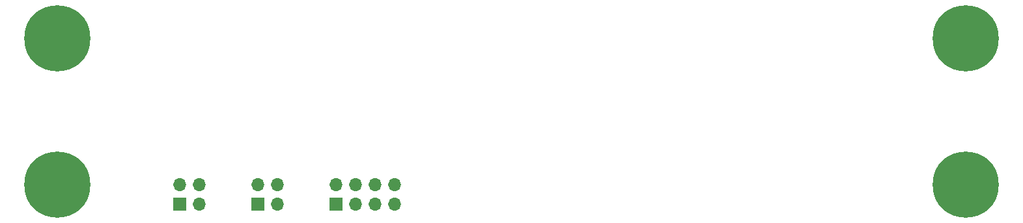
<source format=gbr>
%TF.GenerationSoftware,KiCad,Pcbnew,(5.1.8)-1*%
%TF.CreationDate,2021-01-26T11:35:07-05:00*%
%TF.ProjectId,SSD8_Row,53534438-5f52-46f7-972e-6b696361645f,rev?*%
%TF.SameCoordinates,Original*%
%TF.FileFunction,Soldermask,Bot*%
%TF.FilePolarity,Negative*%
%FSLAX46Y46*%
G04 Gerber Fmt 4.6, Leading zero omitted, Abs format (unit mm)*
G04 Created by KiCad (PCBNEW (5.1.8)-1) date 2021-01-26 11:35:07*
%MOMM*%
%LPD*%
G01*
G04 APERTURE LIST*
%ADD10R,1.700000X1.700000*%
%ADD11O,1.700000X1.700000*%
%ADD12C,8.600000*%
%ADD13C,0.900000*%
G04 APERTURE END LIST*
D10*
%TO.C,J2*%
X55880000Y-40640000D03*
D11*
X55880000Y-38100000D03*
X58420000Y-40640000D03*
X58420000Y-38100000D03*
X60960000Y-40640000D03*
X60960000Y-38100000D03*
X63500000Y-40640000D03*
X63500000Y-38100000D03*
%TD*%
D12*
%TO.C,REF\u002A\u002A*%
X19685000Y-38100000D03*
D13*
X22910000Y-38100000D03*
X21965419Y-40380419D03*
X19685000Y-41325000D03*
X17404581Y-40380419D03*
X16460000Y-38100000D03*
X17404581Y-35819581D03*
X19685000Y-34875000D03*
X21965419Y-35819581D03*
%TD*%
D12*
%TO.C,REF\u002A\u002A*%
X19685000Y-19050000D03*
D13*
X22910000Y-19050000D03*
X21965419Y-21330419D03*
X19685000Y-22275000D03*
X17404581Y-21330419D03*
X16460000Y-19050000D03*
X17404581Y-16769581D03*
X19685000Y-15825000D03*
X21965419Y-16769581D03*
%TD*%
D12*
%TO.C,REF\u002A\u002A*%
X137795000Y-38100000D03*
D13*
X141020000Y-38100000D03*
X140075419Y-40380419D03*
X137795000Y-41325000D03*
X135514581Y-40380419D03*
X134570000Y-38100000D03*
X135514581Y-35819581D03*
X137795000Y-34875000D03*
X140075419Y-35819581D03*
%TD*%
D12*
%TO.C,REF\u002A\u002A*%
X137795000Y-19050000D03*
D13*
X141020000Y-19050000D03*
X140075419Y-21330419D03*
X137795000Y-22275000D03*
X135514581Y-21330419D03*
X134570000Y-19050000D03*
X135514581Y-16769581D03*
X137795000Y-15825000D03*
X140075419Y-16769581D03*
%TD*%
D10*
%TO.C,J1*%
X35560000Y-40640000D03*
D11*
X35560000Y-38100000D03*
X38100000Y-40640000D03*
X38100000Y-38100000D03*
%TD*%
%TO.C,J3*%
X48260000Y-38100000D03*
X48260000Y-40640000D03*
X45720000Y-38100000D03*
D10*
X45720000Y-40640000D03*
%TD*%
M02*

</source>
